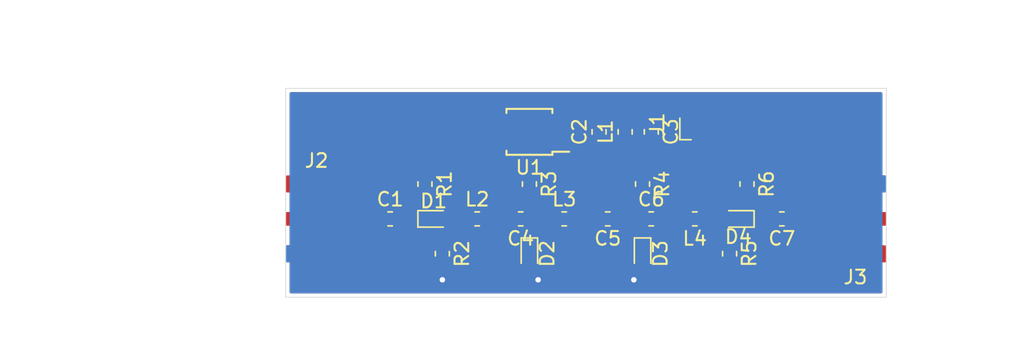
<source format=kicad_pcb>
(kicad_pcb (version 20171130) (host pcbnew 5.1.4-e60b266~84~ubuntu16.04.1)
  (layers (0 F.Cu signal) (31 B.Cu signal) (34 B.Paste user) (35 F.Paste user) (36 B.SilkS user) (37 F.SilkS user) (38 B.Mask user) (39 F.Mask user) (44 Edge.Cuts user))
  (net 0 "")
  (net 1 "Net-(C1-Pad2)")
  (net 2 "Net-(C1-Pad1)")
  (net 3 GND)
  (net 4 VDDA)
  (net 5 VDD)
  (net 6 "Net-(C4-Pad2)")
  (net 7 "Net-(C4-Pad1)")
  (net 8 "Net-(C5-Pad2)")
  (net 9 "Net-(C5-Pad1)")
  (net 10 "Net-(C6-Pad2)")
  (net 11 "Net-(C7-Pad2)")
  (net 12 "Net-(C7-Pad1)")
  (net 13 "Net-(D1-Pad2)")
  (net 14 "Net-(D4-Pad2)")
  (net 15 /RDY)
  (net 16 /~LDAC)
  (net 17 /SDA)
  (net 18 /SCL)
  (net 19 /VA)
  (net 20 /VB)
  (net 21 /VC)
  (net 22 /VD)
  (module libs:SMD_1x06_P2.54mm_Horizontal (layer F.Cu) (at 128 82.8 90)
    (fp_text reference J1 (at -0.48 -8.82 90) (layer F.SilkS))
    (fp_text value Conn_01x06_Male)
    (fp_line (start -1.595 -6.35) (end -1.595 -7.17) (layer F.SilkS) (width 0.12))
    (fp_line (start -1.595 -7.17) (end -0.025 -7.17) (layer F.SilkS) (width 0.12))
    (pad 1 smd roundrect (at -0.025 -6.35 90) (size 2.5 1) (layers F.Cu F.Paste F.Mask) (net 3 GND))
    (pad 2 smd roundrect (at -0.025 -3.81 90) (size 2.5 1) (layers F.Cu F.Paste F.Mask) (net 15 /RDY))
    (pad 3 smd roundrect (at -0.025 -1.27 90) (size 2.5 1) (layers F.Cu F.Paste F.Mask) (net 16 /~LDAC))
    (pad 4 smd roundrect (at -0.025 1.27 90) (size 2.5 1) (layers F.Cu F.Paste F.Mask) (net 17 /SDA))
    (pad 5 smd roundrect (at -0.025 3.81 90) (size 2.5 1) (layers F.Cu F.Paste F.Mask) (net 18 /SCL))
    (pad 6 smd roundrect (at -0.025 6.35 90) (size 2.5 1) (layers F.Cu F.Paste F.Mask) (net 5 VDD))
  )
  (module libs:D_SOD-523 (layer F.Cu) (at 125.095 90.17 180)
    (fp_text reference D4 (at 0 -1.3) (layer F.SilkS))
    (fp_text value D_Capacitance_ALT)
    (fp_line (start 0.7 0.6) (end -1.15 0.6) (layer F.SilkS) (width 0.12))
    (fp_line (start 0.7 -0.6) (end -1.15 -0.6) (layer F.SilkS) (width 0.12))
    (fp_line (start -1.15 -0.6) (end -1.15 0.6) (layer F.SilkS) (width 0.12))
    (pad 1 smd roundrect (at -0.7 0) (size 0.6 0.7) (layers F.Cu F.Paste F.Mask) (net 11 "Net-(C7-Pad2)"))
    (pad 2 smd roundrect (at 0.7 0) (size 0.6 0.7) (layers F.Cu F.Paste F.Mask) (net 14 "Net-(D4-Pad2)"))
  )
  (module libs:D_SOD-523 (layer F.Cu) (at 118.11 92.71 270)
    (fp_text reference D3 (at 0 -1.3 90) (layer F.SilkS))
    (fp_text value D_Capacitance_ALT)
    (fp_line (start 0.7 0.6) (end -1.15 0.6) (layer F.SilkS) (width 0.12))
    (fp_line (start 0.7 -0.6) (end -1.15 -0.6) (layer F.SilkS) (width 0.12))
    (fp_line (start -1.15 -0.6) (end -1.15 0.6) (layer F.SilkS) (width 0.12))
    (pad 1 smd roundrect (at -0.7 0 90) (size 0.6 0.7) (layers F.Cu F.Paste F.Mask) (net 9 "Net-(C5-Pad1)"))
    (pad 2 smd roundrect (at 0.7 0 90) (size 0.6 0.7) (layers F.Cu F.Paste F.Mask) (net 3 GND))
  )
  (module libs:D_SOD-523 (layer F.Cu) (at 109.855 92.71 270)
    (fp_text reference D2 (at 0 -1.3 90) (layer F.SilkS))
    (fp_text value D_Capacitance_ALT)
    (fp_line (start 0.7 0.6) (end -1.15 0.6) (layer F.SilkS) (width 0.12))
    (fp_line (start 0.7 -0.6) (end -1.15 -0.6) (layer F.SilkS) (width 0.12))
    (fp_line (start -1.15 -0.6) (end -1.15 0.6) (layer F.SilkS) (width 0.12))
    (pad 1 smd roundrect (at -0.7 0 90) (size 0.6 0.7) (layers F.Cu F.Paste F.Mask) (net 7 "Net-(C4-Pad1)"))
    (pad 2 smd roundrect (at 0.7 0 90) (size 0.6 0.7) (layers F.Cu F.Paste F.Mask) (net 3 GND))
  )
  (module libs:D_SOD-523 (layer F.Cu) (at 102.87 90.17)
    (fp_text reference D1 (at 0 -1.3) (layer F.SilkS))
    (fp_text value D_Capacitance_ALT)
    (fp_line (start 0.7 0.6) (end -1.15 0.6) (layer F.SilkS) (width 0.12))
    (fp_line (start 0.7 -0.6) (end -1.15 -0.6) (layer F.SilkS) (width 0.12))
    (fp_line (start -1.15 -0.6) (end -1.15 0.6) (layer F.SilkS) (width 0.12))
    (pad 1 smd roundrect (at -0.7 0 180) (size 0.6 0.7) (layers F.Cu F.Paste F.Mask) (net 1 "Net-(C1-Pad2)"))
    (pad 2 smd roundrect (at 0.7 0 180) (size 0.6 0.7) (layers F.Cu F.Paste F.Mask) (net 13 "Net-(D1-Pad2)"))
  )
  (module libs:SMA_generic_EdgeMount (layer F.Cu) (at 135.89 90.17 180)
    (fp_text reference J3 (at 2.25 -4.25) (layer F.SilkS))
    (fp_text value Conn_Coaxial)
    (pad 2 smd roundrect (at 2.125 2.55 180) (size 4.25 1.25) (layers F.Cu F.Paste F.Mask) (roundrect_rratio 0.1) (net 3 GND))
    (pad 2 smd roundrect (at 2.125 2.55 180) (size 4.25 1.25) (layers B.Cu B.Paste B.Mask) (roundrect_rratio 0.1) (net 3 GND))
    (pad 1 smd roundrect (at 2.125 0 180) (size 4.25 1) (layers F.Cu F.Paste F.Mask) (roundrect_rratio 0.1) (net 12 "Net-(C7-Pad1)"))
    (pad 2 smd roundrect (at 2.125 -2.55 180) (size 4.25 1.25) (layers F.Cu F.Paste F.Mask) (roundrect_rratio 0.1) (net 3 GND))
    (pad 2 smd roundrect (at 2.125 2.55 180) (size 4.25 1.25) (layers B.Cu B.Paste B.Mask) (roundrect_rratio 0.1) (net 3 GND))
  )
  (module libs:SMA_generic_EdgeMount (layer F.Cu) (at 92.075 90.17)
    (fp_text reference J2 (at 2.25 -4.25) (layer F.SilkS))
    (fp_text value Conn_Coaxial)
    (pad 2 smd roundrect (at 2.125 2.55) (size 4.25 1.25) (layers F.Cu F.Paste F.Mask) (roundrect_rratio 0.1) (net 3 GND))
    (pad 2 smd roundrect (at 2.125 2.55) (size 4.25 1.25) (layers B.Cu B.Paste B.Mask) (roundrect_rratio 0.1) (net 3 GND))
    (pad 1 smd roundrect (at 2.125 0) (size 4.25 1) (layers F.Cu F.Paste F.Mask) (roundrect_rratio 0.1) (net 2 "Net-(C1-Pad1)"))
    (pad 2 smd roundrect (at 2.125 -2.55) (size 4.25 1.25) (layers F.Cu F.Paste F.Mask) (roundrect_rratio 0.1) (net 3 GND))
    (pad 2 smd roundrect (at 2.125 2.55) (size 4.25 1.25) (layers B.Cu B.Paste B.Mask) (roundrect_rratio 0.1) (net 3 GND))
  )
  (module Capacitor_SMD:C_0603_1608Metric (layer F.Cu) (at 118.745 90.17)
    (fp_text reference C6 (at 0 -1.43) (layer F.SilkS))
    (fp_text value C)
    (fp_line (start -0.162779 0.51) (end 0.162779 0.51) (layer F.SilkS) (width 0.12))
    (fp_line (start -0.162779 -0.51) (end 0.162779 -0.51) (layer F.SilkS) (width 0.12))
    (pad 2 smd roundrect (at 0.7875 0) (size 0.875 0.95) (layers F.Cu F.Paste F.Mask) (net 10 "Net-(C6-Pad2)"))
    (pad 1 smd roundrect (at -0.7875 0) (size 0.875 0.95) (layers F.Cu F.Paste F.Mask) (net 9 "Net-(C5-Pad1)"))
  )
  (module Package_SO:MSOP-10_3x3mm_P0.5mm (layer F.Cu) (at 109.855 83.82 180)
    (fp_text reference U1 (at 0 -2.6) (layer F.SilkS))
    (fp_text value MCP4728)
    (fp_line (start -1.675 -1.45) (end -2.9 -1.45) (layer F.SilkS) (width 0.15))
    (fp_line (start -1.675 1.675) (end 1.675 1.675) (layer F.SilkS) (width 0.15))
    (fp_line (start -1.675 -1.675) (end 1.675 -1.675) (layer F.SilkS) (width 0.15))
    (fp_line (start -1.675 1.675) (end -1.675 1.375) (layer F.SilkS) (width 0.15))
    (fp_line (start 1.675 1.675) (end 1.675 1.375) (layer F.SilkS) (width 0.15))
    (fp_line (start 1.675 -1.675) (end 1.675 -1.375) (layer F.SilkS) (width 0.15))
    (fp_line (start -1.675 -1.675) (end -1.675 -1.45) (layer F.SilkS) (width 0.15))
    (pad 10 smd rect (at 2.2 -1 180) (size 1.4 0.3) (layers F.Cu F.Paste F.Mask) (net 3 GND))
    (pad 9 smd rect (at 2.2 -0.5 180) (size 1.4 0.3) (layers F.Cu F.Paste F.Mask) (net 22 /VD))
    (pad 8 smd rect (at 2.2 0 180) (size 1.4 0.3) (layers F.Cu F.Paste F.Mask) (net 21 /VC))
    (pad 7 smd rect (at 2.2 0.5 180) (size 1.4 0.3) (layers F.Cu F.Paste F.Mask) (net 20 /VB))
    (pad 6 smd rect (at 2.2 1 180) (size 1.4 0.3) (layers F.Cu F.Paste F.Mask) (net 19 /VA))
    (pad 5 smd rect (at -2.2 1 180) (size 1.4 0.3) (layers F.Cu F.Paste F.Mask) (net 15 /RDY))
    (pad 4 smd rect (at -2.2 0.5 180) (size 1.4 0.3) (layers F.Cu F.Paste F.Mask) (net 16 /~LDAC))
    (pad 3 smd rect (at -2.2 0 180) (size 1.4 0.3) (layers F.Cu F.Paste F.Mask) (net 17 /SDA))
    (pad 2 smd rect (at -2.2 -0.5 180) (size 1.4 0.3) (layers F.Cu F.Paste F.Mask) (net 18 /SCL))
    (pad 1 smd rect (at -2.2 -1 180) (size 1.4 0.3) (layers F.Cu F.Paste F.Mask) (net 4 VDDA))
  )
  (module Resistor_SMD:R_0603_1608Metric (layer F.Cu) (at 125.73 87.63 270)
    (fp_text reference R6 (at 0 -1.43 90) (layer F.SilkS))
    (fp_text value R)
    (fp_line (start -0.162779 0.51) (end 0.162779 0.51) (layer F.SilkS) (width 0.12))
    (fp_line (start -0.162779 -0.51) (end 0.162779 -0.51) (layer F.SilkS) (width 0.12))
    (pad 2 smd roundrect (at 0.7875 0 270) (size 0.875 0.95) (layers F.Cu F.Paste F.Mask) (net 11 "Net-(C7-Pad2)"))
    (pad 1 smd roundrect (at -0.7875 0 270) (size 0.875 0.95) (layers F.Cu F.Paste F.Mask) (net 22 /VD))
  )
  (module Resistor_SMD:R_0603_1608Metric (layer F.Cu) (at 124.46 92.71 270)
    (fp_text reference R5 (at 0 -1.43 90) (layer F.SilkS))
    (fp_text value R)
    (fp_line (start -0.162779 0.51) (end 0.162779 0.51) (layer F.SilkS) (width 0.12))
    (fp_line (start -0.162779 -0.51) (end 0.162779 -0.51) (layer F.SilkS) (width 0.12))
    (pad 2 smd roundrect (at 0.7875 0 270) (size 0.875 0.95) (layers F.Cu F.Paste F.Mask) (net 3 GND))
    (pad 1 smd roundrect (at -0.7875 0 270) (size 0.875 0.95) (layers F.Cu F.Paste F.Mask) (net 14 "Net-(D4-Pad2)"))
  )
  (module Resistor_SMD:R_0603_1608Metric (layer F.Cu) (at 118.11 87.63 270)
    (fp_text reference R4 (at 0 -1.43 90) (layer F.SilkS))
    (fp_text value R)
    (fp_line (start -0.162779 0.51) (end 0.162779 0.51) (layer F.SilkS) (width 0.12))
    (fp_line (start -0.162779 -0.51) (end 0.162779 -0.51) (layer F.SilkS) (width 0.12))
    (pad 2 smd roundrect (at 0.7875 0 270) (size 0.875 0.95) (layers F.Cu F.Paste F.Mask) (net 9 "Net-(C5-Pad1)"))
    (pad 1 smd roundrect (at -0.7875 0 270) (size 0.875 0.95) (layers F.Cu F.Paste F.Mask) (net 21 /VC))
  )
  (module Resistor_SMD:R_0603_1608Metric (layer F.Cu) (at 109.855 87.63 270)
    (fp_text reference R3 (at 0 -1.43 90) (layer F.SilkS))
    (fp_text value R)
    (fp_line (start -0.162779 0.51) (end 0.162779 0.51) (layer F.SilkS) (width 0.12))
    (fp_line (start -0.162779 -0.51) (end 0.162779 -0.51) (layer F.SilkS) (width 0.12))
    (pad 2 smd roundrect (at 0.7875 0 270) (size 0.875 0.95) (layers F.Cu F.Paste F.Mask) (net 7 "Net-(C4-Pad1)"))
    (pad 1 smd roundrect (at -0.7875 0 270) (size 0.875 0.95) (layers F.Cu F.Paste F.Mask) (net 20 /VB))
  )
  (module Resistor_SMD:R_0603_1608Metric (layer F.Cu) (at 103.505 92.71 270)
    (fp_text reference R2 (at 0 -1.43 90) (layer F.SilkS))
    (fp_text value R)
    (fp_line (start -0.162779 0.51) (end 0.162779 0.51) (layer F.SilkS) (width 0.12))
    (fp_line (start -0.162779 -0.51) (end 0.162779 -0.51) (layer F.SilkS) (width 0.12))
    (pad 2 smd roundrect (at 0.7875 0 270) (size 0.875 0.95) (layers F.Cu F.Paste F.Mask) (net 3 GND))
    (pad 1 smd roundrect (at -0.7875 0 270) (size 0.875 0.95) (layers F.Cu F.Paste F.Mask) (net 13 "Net-(D1-Pad2)"))
  )
  (module Resistor_SMD:R_0603_1608Metric (layer F.Cu) (at 102.235 87.63 270)
    (fp_text reference R1 (at 0 -1.43 90) (layer F.SilkS))
    (fp_text value R)
    (fp_line (start -0.162779 0.51) (end 0.162779 0.51) (layer F.SilkS) (width 0.12))
    (fp_line (start -0.162779 -0.51) (end 0.162779 -0.51) (layer F.SilkS) (width 0.12))
    (pad 2 smd roundrect (at 0.7875 0 270) (size 0.875 0.95) (layers F.Cu F.Paste F.Mask) (net 1 "Net-(C1-Pad2)"))
    (pad 1 smd roundrect (at -0.7875 0 270) (size 0.875 0.95) (layers F.Cu F.Paste F.Mask) (net 19 /VA))
  )
  (module Inductor_SMD:L_0603_1608Metric (layer F.Cu) (at 121.92 90.17 180)
    (fp_text reference L4 (at 0 -1.43) (layer F.SilkS))
    (fp_text value L)
    (fp_line (start -0.162779 0.51) (end 0.162779 0.51) (layer F.SilkS) (width 0.12))
    (fp_line (start -0.162779 -0.51) (end 0.162779 -0.51) (layer F.SilkS) (width 0.12))
    (pad 2 smd roundrect (at 0.7875 0 180) (size 0.875 0.95) (layers F.Cu F.Paste F.Mask) (net 10 "Net-(C6-Pad2)"))
    (pad 1 smd roundrect (at -0.7875 0 180) (size 0.875 0.95) (layers F.Cu F.Paste F.Mask) (net 14 "Net-(D4-Pad2)"))
  )
  (module Inductor_SMD:L_0603_1608Metric (layer F.Cu) (at 112.395 90.17)
    (fp_text reference L3 (at 0 -1.43) (layer F.SilkS))
    (fp_text value L)
    (fp_line (start -0.162779 0.51) (end 0.162779 0.51) (layer F.SilkS) (width 0.12))
    (fp_line (start -0.162779 -0.51) (end 0.162779 -0.51) (layer F.SilkS) (width 0.12))
    (pad 2 smd roundrect (at 0.7875 0) (size 0.875 0.95) (layers F.Cu F.Paste F.Mask) (net 8 "Net-(C5-Pad2)"))
    (pad 1 smd roundrect (at -0.7875 0) (size 0.875 0.95) (layers F.Cu F.Paste F.Mask) (net 7 "Net-(C4-Pad1)"))
  )
  (module Inductor_SMD:L_0603_1608Metric (layer F.Cu) (at 106.045 90.17)
    (fp_text reference L2 (at 0 -1.43) (layer F.SilkS))
    (fp_text value L)
    (fp_line (start -0.162779 0.51) (end 0.162779 0.51) (layer F.SilkS) (width 0.12))
    (fp_line (start -0.162779 -0.51) (end 0.162779 -0.51) (layer F.SilkS) (width 0.12))
    (pad 2 smd roundrect (at 0.7875 0) (size 0.875 0.95) (layers F.Cu F.Paste F.Mask) (net 6 "Net-(C4-Pad2)"))
    (pad 1 smd roundrect (at -0.7875 0) (size 0.875 0.95) (layers F.Cu F.Paste F.Mask) (net 13 "Net-(D1-Pad2)"))
  )
  (module Inductor_SMD:L_0603_1608Metric (layer F.Cu) (at 116.84 83.82 90)
    (fp_text reference L1 (at 0 -1.43 90) (layer F.SilkS))
    (fp_text value L)
    (fp_line (start -0.162779 0.51) (end 0.162779 0.51) (layer F.SilkS) (width 0.12))
    (fp_line (start -0.162779 -0.51) (end 0.162779 -0.51) (layer F.SilkS) (width 0.12))
    (pad 2 smd roundrect (at 0.7875 0 90) (size 0.875 0.95) (layers F.Cu F.Paste F.Mask) (net 5 VDD))
    (pad 1 smd roundrect (at -0.7875 0 90) (size 0.875 0.95) (layers F.Cu F.Paste F.Mask) (net 4 VDDA))
  )
  (module Capacitor_SMD:C_0603_1608Metric (layer F.Cu) (at 128.27 90.17 180)
    (fp_text reference C7 (at 0 -1.43) (layer F.SilkS))
    (fp_text value C)
    (fp_line (start -0.162779 0.51) (end 0.162779 0.51) (layer F.SilkS) (width 0.12))
    (fp_line (start -0.162779 -0.51) (end 0.162779 -0.51) (layer F.SilkS) (width 0.12))
    (pad 2 smd roundrect (at 0.7875 0 180) (size 0.875 0.95) (layers F.Cu F.Paste F.Mask) (net 11 "Net-(C7-Pad2)"))
    (pad 1 smd roundrect (at -0.7875 0 180) (size 0.875 0.95) (layers F.Cu F.Paste F.Mask) (net 12 "Net-(C7-Pad1)"))
  )
  (module Capacitor_SMD:C_0603_1608Metric (layer F.Cu) (at 115.57 90.17 180)
    (fp_text reference C5 (at 0 -1.43) (layer F.SilkS))
    (fp_text value C)
    (fp_line (start -0.162779 0.51) (end 0.162779 0.51) (layer F.SilkS) (width 0.12))
    (fp_line (start -0.162779 -0.51) (end 0.162779 -0.51) (layer F.SilkS) (width 0.12))
    (pad 2 smd roundrect (at 0.7875 0 180) (size 0.875 0.95) (layers F.Cu F.Paste F.Mask) (net 8 "Net-(C5-Pad2)"))
    (pad 1 smd roundrect (at -0.7875 0 180) (size 0.875 0.95) (layers F.Cu F.Paste F.Mask) (net 9 "Net-(C5-Pad1)"))
  )
  (module Capacitor_SMD:C_0603_1608Metric (layer F.Cu) (at 109.22 90.17 180)
    (fp_text reference C4 (at 0 -1.43) (layer F.SilkS))
    (fp_text value C)
    (fp_line (start -0.162779 0.51) (end 0.162779 0.51) (layer F.SilkS) (width 0.12))
    (fp_line (start -0.162779 -0.51) (end 0.162779 -0.51) (layer F.SilkS) (width 0.12))
    (pad 2 smd roundrect (at 0.7875 0 180) (size 0.875 0.95) (layers F.Cu F.Paste F.Mask) (net 6 "Net-(C4-Pad2)"))
    (pad 1 smd roundrect (at -0.7875 0 180) (size 0.875 0.95) (layers F.Cu F.Paste F.Mask) (net 7 "Net-(C4-Pad1)"))
  )
  (module Capacitor_SMD:C_0603_1608Metric (layer F.Cu) (at 118.745 83.82 270)
    (fp_text reference C3 (at 0 -1.43 90) (layer F.SilkS))
    (fp_text value C)
    (fp_line (start -0.162779 0.51) (end 0.162779 0.51) (layer F.SilkS) (width 0.12))
    (fp_line (start -0.162779 -0.51) (end 0.162779 -0.51) (layer F.SilkS) (width 0.12))
    (pad 2 smd roundrect (at 0.7875 0 270) (size 0.875 0.95) (layers F.Cu F.Paste F.Mask) (net 3 GND))
    (pad 1 smd roundrect (at -0.7875 0 270) (size 0.875 0.95) (layers F.Cu F.Paste F.Mask) (net 5 VDD))
  )
  (module Capacitor_SMD:C_0603_1608Metric (layer F.Cu) (at 114.935 83.82 90)
    (fp_text reference C2 (at 0 -1.43 90) (layer F.SilkS))
    (fp_text value C)
    (fp_line (start -0.162779 0.51) (end 0.162779 0.51) (layer F.SilkS) (width 0.12))
    (fp_line (start -0.162779 -0.51) (end 0.162779 -0.51) (layer F.SilkS) (width 0.12))
    (pad 2 smd roundrect (at 0.7875 0 90) (size 0.875 0.95) (layers F.Cu F.Paste F.Mask) (net 3 GND))
    (pad 1 smd roundrect (at -0.7875 0 90) (size 0.875 0.95) (layers F.Cu F.Paste F.Mask) (net 4 VDDA))
  )
  (module Capacitor_SMD:C_0603_1608Metric (layer F.Cu) (at 99.695 90.17)
    (fp_text reference C1 (at 0 -1.43) (layer F.SilkS))
    (fp_text value C)
    (fp_line (start -0.162779 0.51) (end 0.162779 0.51) (layer F.SilkS) (width 0.12))
    (fp_line (start -0.162779 -0.51) (end 0.162779 -0.51) (layer F.SilkS) (width 0.12))
    (pad 2 smd roundrect (at 0.7875 0) (size 0.875 0.95) (layers F.Cu F.Paste F.Mask) (net 1 "Net-(C1-Pad2)"))
    (pad 1 smd roundrect (at -0.7875 0) (size 0.875 0.95) (layers F.Cu F.Paste F.Mask) (net 2 "Net-(C1-Pad1)"))
  )
  (gr_line (start 135.89 80.645) (end 92.075 80.645) (layer Edge.Cuts) (width 0.05))
  (gr_line (start 135.89 95.885) (end 135.89 80.645) (layer Edge.Cuts) (width 0.05))
  (gr_line (start 92.075 95.885) (end 135.89 95.885) (layer Edge.Cuts) (width 0.05))
  (gr_line (start 92.075 80.645) (end 92.075 95.885) (layer Edge.Cuts) (width 0.05))
  (segment (start 100.4825 90.17) (end 102.17 90.17) (width 0.635) (layer F.Cu) (net 1))
  (segment (start 102.17 88.4825) (end 102.235 88.4175) (width 0.2032) (layer F.Cu) (net 1))
  (segment (start 102.17 90.17) (end 102.17 88.4825) (width 0.2032) (layer F.Cu) (net 1))
  (segment (start 94.615 90.17) (end 98.9075 90.17) (width 0.635) (layer F.Cu) (net 2))
  (via (at 110.49 94.615) (size 0.8) (drill 0.4) (layers F.Cu B.Cu) (net 3))
  (via (at 103.505 94.615) (size 0.8) (drill 0.4) (layers F.Cu B.Cu) (net 3))
  (via (at 117.475 94.615) (size 0.8) (drill 0.4) (layers F.Cu B.Cu) (net 3))
  (segment (start 106.8325 90.17) (end 108.4325 90.17) (width 0.635) (layer F.Cu) (net 6))
  (segment (start 110.0075 88.57) (end 109.855 88.4175) (width 0.2032) (layer F.Cu) (net 7))
  (segment (start 110.0075 90.17) (end 110.0075 88.57) (width 0.2032) (layer F.Cu) (net 7))
  (segment (start 109.855 91.1225) (end 109.855 92.01) (width 0.635) (layer F.Cu) (net 7))
  (segment (start 110.0075 90.17) (end 110.0075 90.97) (width 0.635) (layer F.Cu) (net 7))
  (segment (start 110.0075 90.97) (end 109.855 91.1225) (width 0.635) (layer F.Cu) (net 7))
  (segment (start 110.0075 90.17) (end 111.6075 90.17) (width 0.635) (layer F.Cu) (net 7))
  (segment (start 113.1825 90.17) (end 114.7825 90.17) (width 0.635) (layer F.Cu) (net 8))
  (segment (start 117.9575 90.17) (end 117.9575 90.97) (width 0.635) (layer F.Cu) (net 9))
  (segment (start 118.11 91.1225) (end 118.11 92.01) (width 0.635) (layer F.Cu) (net 9))
  (segment (start 117.9575 90.97) (end 118.11 91.1225) (width 0.635) (layer F.Cu) (net 9))
  (segment (start 117.9575 90.17) (end 117.9575 89.37) (width 0.2032) (layer F.Cu) (net 9))
  (segment (start 118.11 89.2175) (end 118.11 88.4175) (width 0.2032) (layer F.Cu) (net 9))
  (segment (start 117.9575 89.37) (end 118.11 89.2175) (width 0.2032) (layer F.Cu) (net 9))
  (segment (start 116.3575 90.17) (end 117.9575 90.17) (width 0.635) (layer F.Cu) (net 9))
  (segment (start 119.5325 90.17) (end 121.1325 90.17) (width 0.635) (layer F.Cu) (net 10))
  (segment (start 125.795 90.17) (end 125.795 89.2825) (width 0.2032) (layer F.Cu) (net 11))
  (segment (start 125.73 89.2175) (end 125.73 88.4175) (width 0.2032) (layer F.Cu) (net 11))
  (segment (start 125.795 89.2825) (end 125.73 89.2175) (width 0.2032) (layer F.Cu) (net 11))
  (segment (start 125.795 90.17) (end 127.4825 90.17) (width 0.635) (layer F.Cu) (net 11))
  (segment (start 129.0575 90.17) (end 133.35 90.17) (width 0.635) (layer F.Cu) (net 12))
  (segment (start 103.57 91.8575) (end 103.505 91.9225) (width 0.2032) (layer F.Cu) (net 13))
  (segment (start 103.57 90.17) (end 103.57 91.8575) (width 0.2032) (layer F.Cu) (net 13))
  (segment (start 103.57 90.17) (end 105.2575 90.17) (width 0.635) (layer F.Cu) (net 13))
  (segment (start 124.395 90.17) (end 124.395 91.0575) (width 0.2032) (layer F.Cu) (net 14))
  (segment (start 124.46 91.1225) (end 124.46 91.9225) (width 0.2032) (layer F.Cu) (net 14))
  (segment (start 124.395 91.0575) (end 124.46 91.1225) (width 0.2032) (layer F.Cu) (net 14))
  (segment (start 122.7075 90.17) (end 124.395 90.17) (width 0.635) (layer F.Cu) (net 14))
  (segment (start 102.235 86.8425) (end 102.235 83.185) (width 0.2032) (layer F.Cu) (net 19))
  (segment (start 102.6 82.82) (end 107.655 82.82) (width 0.2032) (layer F.Cu) (net 19))
  (segment (start 102.235 83.185) (end 102.6 82.82) (width 0.2032) (layer F.Cu) (net 19))
  (segment (start 104.94 86.8425) (end 109.855 86.8425) (width 0.2032) (layer F.Cu) (net 20))
  (segment (start 104.4575 83.5025) (end 104.4575 86.36) (width 0.2032) (layer F.Cu) (net 20))
  (segment (start 107.655 83.32) (end 104.64 83.32) (width 0.2032) (layer F.Cu) (net 20))
  (segment (start 104.4575 86.36) (end 104.94 86.8425) (width 0.2032) (layer F.Cu) (net 20))
  (segment (start 104.64 83.32) (end 104.4575 83.5025) (width 0.2032) (layer F.Cu) (net 20))
  (zone (net 3) (net_name GND) (layer F.Cu) (connect_pads thru_hole_only (clearance 0.254)) (min_thickness 0.254) (fill yes (arc_segments 32) (thermal_gap 0.508) (thermal_bridge_width 0.508))
    (polygon (pts (xy 139.065 95.885) (xy 88.9 95.885) (xy 88.9 80.645) (xy 139.065 80.645)))
  )
  (zone (net 3) (net_name GND) (layer B.Cu) (connect_pads thru_hole_only (clearance 0.254)) (min_thickness 0.254) (fill yes (arc_segments 32) (thermal_gap 0.508) (thermal_bridge_width 0.508))
    (polygon (pts (xy 139.065 95.885) (xy 88.9 95.885) (xy 88.9 80.645) (xy 139.065 80.645)))
  )
  (zone (net 0) (net_name "") (layer F.Cu) (connect_pads thru_hole_only (clearance 0.254)) (min_thickness 0.254)
    (keepout (tracks allowed) (vias allowed) (copperpour not_allowed))
    (fill (arc_segments 32) (thermal_gap 0.508) (thermal_bridge_width 0.508))
    (polygon (pts (xy 139.065 92.71) (xy 88.9 92.71) (xy 88.9 87.63) (xy 139.065 87.63)))
  )
)
</source>
